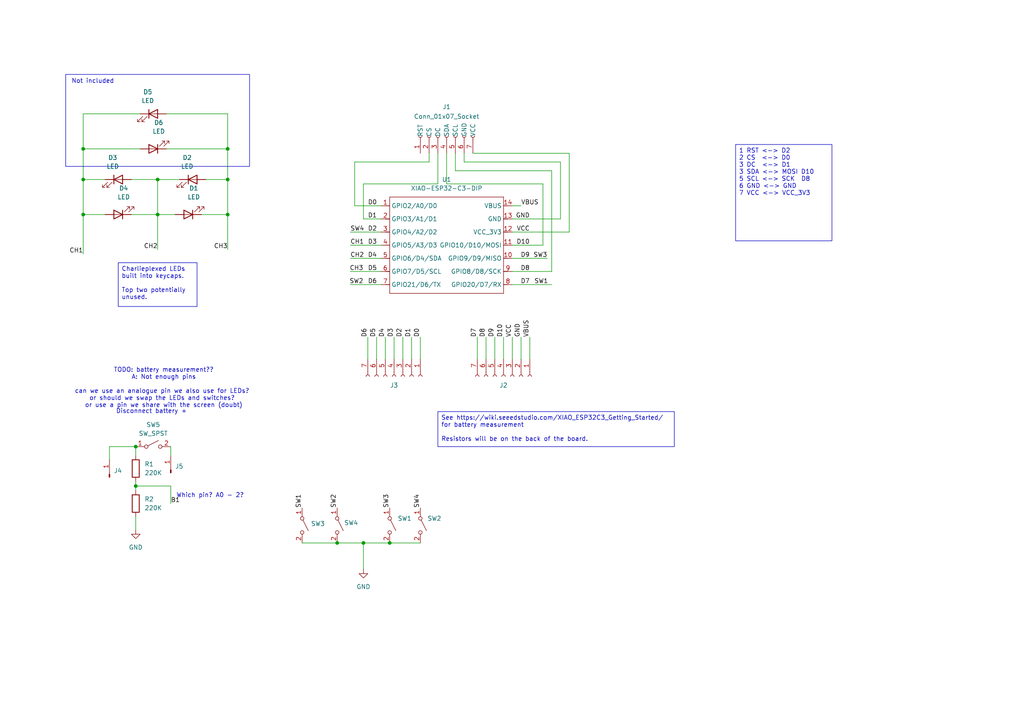
<source format=kicad_sch>
(kicad_sch (version 20250114) (generator "eeschema") (generator_version "9.0")
  (paper "A4")
  (lib_symbols
    (symbol "Conn_01x07_Socket_1" (pin_names (offset 1.016) (hide yes))
      (property "Reference" "J" (at 0 10.16 0))
      (property "Value" "Conn_01x07_Socket" (at 0 -10.16 0))
      (symbol "Conn_01x07_Socket_1_1_1"
        (polyline (pts (xy -1.27 7.62) (xy -0.508 7.62)) (stroke (width 0.1524)))
        (polyline (pts (xy -1.27 5.08) (xy -0.508 5.08)) (stroke (width 0.1524)))
        (polyline (pts (xy -1.27 2.54) (xy -0.508 2.54)) (stroke (width 0.1524)))
        (polyline (pts (xy -1.27 0) (xy -0.508 0)) (stroke (width 0.1524)))
        (polyline (pts (xy -1.27 -2.54) (xy -0.508 -2.54)) (stroke (width 0.1524)))
        (polyline (pts (xy -1.27 -5.08) (xy -0.508 -5.08)) (stroke (width 0.1524)))
        (polyline (pts (xy -1.27 -7.62) (xy -0.508 -7.62)) (stroke (width 0.1524)))
        (arc (start 0 7.112) (mid -0.5058 7.62) (end 0 8.128) (stroke (width 0.1524)))
        (arc (start 0 4.572) (mid -0.5058 5.08) (end 0 5.588) (stroke (width 0.1524)))
        (arc (start 0 2.032) (mid -0.5058 2.54) (end 0 3.048) (stroke (width 0.1524)))
        (arc (start 0 -0.508) (mid -0.5058 0) (end 0 0.508) (stroke (width 0.1524)))
        (arc (start 0 -3.048) (mid -0.5058 -2.54) (end 0 -2.032) (stroke (width 0.1524)))
        (arc (start 0 -5.588) (mid -0.5058 -5.08) (end 0 -4.572) (stroke (width 0.1524)))
        (arc (start 0 -8.128) (mid -0.5058 -7.62) (end 0 -7.112) (stroke (width 0.1524)))
        (pin passive line (at -5.08 7.62 0) (length 3.81) (name "Pin_1") (number "1"))
        (pin passive line (at -5.08 5.08 0) (length 3.81) (name "Pin_2") (number "2"))
        (pin passive line (at -5.08 2.54 0) (length 3.81) (name "Pin_3") (number "3"))
        (pin passive line (at -5.08 0 0) (length 3.81) (name "Pin_4") (number "4"))
        (pin passive line (at -5.08 -2.54 0) (length 3.81) (name "Pin_5") (number "5"))
        (pin passive line (at -5.08 -5.08 0) (length 3.81) (name "Pin_6") (number "6"))
        (pin passive line (at -5.08 -7.62 0) (length 3.81) (name "Pin_7") (number "7"))
      )
    )
    (symbol "Connector:Conn_01x01_Pin" (pin_names (offset 1.016) (hide yes))
      (property "Reference" "J" (at 0 2.54 0))
      (property "Value" "Conn_01x01_Pin" (at 0 -2.54 0))
      (symbol "Conn_01x01_Pin_1_1"
        (rectangle (start 0.8636 0.127) (end 0 -0.127) (stroke (width 0.1524)) (fill (type outline)))
        (polyline (pts (xy 1.27 0) (xy 0.8636 0)) (stroke (width 0.1524)))
        (pin passive line (at 5.08 0 180) (length 3.81) (name "Pin_1") (number "1"))
      )
    )
    (symbol "Connector:Conn_01x07_Socket" (pin_names (offset 1.016))
      (property "Reference" "J1" (at 5.842 1.524 0))
      (property "Value" "Conn_01x07_Socket" (at 5.842 -1.27 0))
      (symbol "Conn_01x07_Socket_1_1"
        (polyline (pts (xy -1.27 7.62) (xy -0.508 7.62)) (stroke (width 0.1524)))
        (polyline (pts (xy -1.27 5.08) (xy -0.508 5.08)) (stroke (width 0.1524)))
        (polyline (pts (xy -1.27 2.54) (xy -0.508 2.54)) (stroke (width 0.1524)))
        (polyline (pts (xy -1.27 0) (xy -0.508 0)) (stroke (width 0.1524)))
        (polyline (pts (xy -1.27 -2.54) (xy -0.508 -2.54)) (stroke (width 0.1524)))
        (polyline (pts (xy -1.27 -5.08) (xy -0.508 -5.08)) (stroke (width 0.1524)))
        (polyline (pts (xy -1.27 -7.62) (xy -0.508 -7.62)) (stroke (width 0.1524)))
        (arc (start 0 7.112) (mid -0.5058 7.62) (end 0 8.128) (stroke (width 0.1524)))
        (arc (start 0 4.572) (mid -0.5058 5.08) (end 0 5.588) (stroke (width 0.1524)))
        (arc (start 0 2.032) (mid -0.5058 2.54) (end 0 3.048) (stroke (width 0.1524)))
        (arc (start 0 -0.508) (mid -0.5058 0) (end 0 0.508) (stroke (width 0.1524)))
        (arc (start 0 -3.048) (mid -0.5058 -2.54) (end 0 -2.032) (stroke (width 0.1524)))
        (arc (start 0 -5.588) (mid -0.5058 -5.08) (end 0 -4.572) (stroke (width 0.1524)))
        (arc (start 0 -8.128) (mid -0.5058 -7.62) (end 0 -7.112) (stroke (width 0.1524)))
        (pin passive line (at -5.08 7.62 0) (length 3.81) (name "RST") (number "1"))
        (pin passive line (at -5.08 5.08 0) (length 3.81) (name "CS") (number "2"))
        (pin passive line (at -5.08 2.54 0) (length 3.81) (name "DC") (number "3"))
        (pin passive line (at -5.08 0 0) (length 3.81) (name "SDA") (number "4"))
        (pin passive line (at -5.08 -2.54 0) (length 3.81) (name "SCL") (number "5"))
        (pin passive line (at -5.08 -5.08 0) (length 3.81) (name "GND") (number "6"))
        (pin passive line (at -5.08 -7.62 0) (length 3.81) (name "VCC") (number "7"))
      )
    )
    (symbol "Device:LED" (pin_numbers (hide yes)) (pin_names (offset 1.016) (hide yes))
      (property "Reference" "D" (at 0 2.54 0))
      (property "Value" "LED" (at 0 -2.54 0))
      (symbol "LED_0_1"
        (polyline (pts (xy -3.048 -0.762) (xy -4.572 -2.286) (xy -3.81 -2.286) (xy -4.572 -2.286) (xy -4.572 -1.524)))
        (polyline (pts (xy -1.778 -0.762) (xy -3.302 -2.286) (xy -2.54 -2.286) (xy -3.302 -2.286) (xy -3.302 -1.524)))
        (polyline (pts (xy -1.27 0) (xy 1.27 0)))
        (polyline (pts (xy -1.27 -1.27) (xy -1.27 1.27)) (stroke (width 0.254)))
        (polyline (pts (xy 1.27 -1.27) (xy 1.27 1.27) (xy -1.27 0) (xy 1.27 -1.27)) (stroke (width 0.254)))
      )
      (symbol "LED_1_1"
        (pin passive line (at -3.81 0 0) (length 2.54) (name "K") (number "1"))
        (pin passive line (at 3.81 0 180) (length 2.54) (name "A") (number "2"))
      )
    )
    (symbol "Device:R" (pin_numbers (hide yes)) (pin_names (offset 0))
      (property "Reference" "R" (at 2.032 0 90))
      (property "Value" "R" (at 0 0 90))
      (symbol "R_0_1"
        (rectangle (start -1.016 -2.54) (end 1.016 2.54) (stroke (width 0.254)))
      )
      (symbol "R_1_1"
        (pin passive line (at 0 3.81 270) (length 1.27) (name "~") (number "1"))
        (pin passive line (at 0 -3.81 90) (length 1.27) (name "~") (number "2"))
      )
    )
    (symbol "Switch:SW_SPST" (pin_names (offset 0) (hide yes))
      (property "Reference" "SW" (at 0 3.175 0))
      (property "Value" "SW_SPST" (at 0 -2.54 0))
      (symbol "SW_SPST_0_0"
        (circle (center -2.032 0) (radius 0.508))
        (polyline (pts (xy -1.524 0.254) (xy 1.524 1.778)))
        (circle (center 2.032 0) (radius 0.508))
      )
      (symbol "SW_SPST_1_1"
        (pin passive line (at -5.08 0 0) (length 2.54) (name "A") (number "1"))
        (pin passive line (at 5.08 0 180) (length 2.54) (name "B") (number "2"))
      )
    )
    (symbol "XIAO ESP32C3:XIAO-ESP32-C3-DIP"
      (property "Reference" "U" (at 1.016 2.794 0))
      (property "Value" "XIAO-ESP32-C3-DIP" (at 7.62 1.016 0))
      (symbol "XIAO-ESP32-C3-DIP_1_0"
        (polyline (pts (xy 0 0) (xy 33.02 0)) (stroke (width 0.1524)))
        (polyline (pts (xy 0 -2.54) (xy -1.27 -2.54)) (stroke (width 0.1524)))
        (polyline (pts (xy 0 -2.54) (xy 0 0)) (stroke (width 0.1524)))
        (polyline (pts (xy 0 -6.35) (xy -1.27 -6.35)) (stroke (width 0.1524)))
        (polyline (pts (xy 0 -6.35) (xy 0 -2.54)) (stroke (width 0.1524)))
        (polyline (pts (xy 0 -10.16) (xy -1.27 -10.16)) (stroke (width 0.1524)))
        (polyline (pts (xy 0 -10.16) (xy 0 -6.35)) (stroke (width 0.1524)))
        (polyline (pts (xy 0 -13.97) (xy -1.27 -13.97)) (stroke (width 0.1524)))
        (polyline (pts (xy 0 -13.97) (xy 0 -10.16)) (stroke (width 0.1524)))
        (polyline (pts (xy 0 -17.78) (xy -1.27 -17.78)) (stroke (width 0.1524)))
        (polyline (pts (xy 0 -21.59) (xy -1.27 -21.59)) (stroke (width 0.1524)))
        (polyline (pts (xy 0 -25.4) (xy -1.27 -25.4)) (stroke (width 0.1524)))
        (polyline (pts (xy 0 -27.94) (xy 0 -13.97)) (stroke (width 0.1524)))
        (polyline (pts (xy 33.02 0) (xy 33.02 -2.54)) (stroke (width 0.1524)))
        (polyline (pts (xy 33.02 -2.54) (xy 33.02 -6.35)) (stroke (width 0.1524)))
        (polyline (pts (xy 33.02 -6.35) (xy 33.02 -10.16)) (stroke (width 0.1524)))
        (polyline (pts (xy 33.02 -10.16) (xy 33.02 -27.94)) (stroke (width 0.1524)))
        (polyline (pts (xy 33.02 -27.94) (xy 0 -27.94)) (stroke (width 0.1524)))
        (polyline (pts (xy 34.29 -2.54) (xy 33.02 -2.54)) (stroke (width 0.1524)))
        (polyline (pts (xy 34.29 -6.35) (xy 33.02 -6.35)) (stroke (width 0.1524)))
        (polyline (pts (xy 34.29 -10.16) (xy 33.02 -10.16)) (stroke (width 0.1524)))
        (polyline (pts (xy 34.29 -13.97) (xy 33.02 -13.97)) (stroke (width 0.1524)))
        (polyline (pts (xy 34.29 -17.78) (xy 33.02 -17.78)) (stroke (width 0.1524)))
        (polyline (pts (xy 34.29 -21.59) (xy 33.02 -21.59)) (stroke (width 0.1524)))
        (polyline (pts (xy 34.29 -25.4) (xy 33.02 -25.4)) (stroke (width 0.1524)))
        (pin passive line (at -2.54 -2.54 0) (length 2.54) (name "GPIO2/A0/D0") (number "1"))
        (pin passive line (at -2.54 -6.35 0) (length 2.54) (name "GPIO3/A1/D1") (number "2"))
        (pin passive line (at -2.54 -10.16 0) (length 2.54) (name "GPIO4/A2/D2") (number "3"))
        (pin passive line (at -2.54 -13.97 0) (length 2.54) (name "GPIO5/A3/D3") (number "4"))
        (pin passive line (at -2.54 -17.78 0) (length 2.54) (name "GPIO6/D4/SDA") (number "5"))
        (pin passive line (at -2.54 -21.59 0) (length 2.54) (name "GPIO7/D5/SCL") (number "6"))
        (pin passive line (at -2.54 -25.4 0) (length 2.54) (name "GPIO21/D6/TX") (number "7"))
        (pin passive line (at 35.56 -2.54 180) (length 2.54) (name "VBUS") (number "14"))
        (pin passive line (at 35.56 -6.35 180) (length 2.54) (name "GND") (number "13"))
        (pin passive line (at 35.56 -10.16 180) (length 2.54) (name "VCC_3V3") (number "12"))
        (pin passive line (at 35.56 -13.97 180) (length 2.54) (name "GPIO10/D10/MOSI") (number "11"))
        (pin passive line (at 35.56 -17.78 180) (length 2.54) (name "GPIO9/D9/MISO") (number "10"))
        (pin passive line (at 35.56 -21.59 180) (length 2.54) (name "GPIO8/D8/SCK") (number "9"))
        (pin passive line (at 35.56 -25.4 180) (length 2.54) (name "GPIO20/D7/RX") (number "8"))
      )
    )
    (symbol "power:GND" (power) (pin_numbers (hide yes)) (pin_names (offset 0) (hide yes))
      (property "Value" "GND" (at 0 -3.81 0))
      (symbol "GND_0_1"
        (polyline (pts (xy 0 0) (xy 0 -1.27) (xy 1.27 -1.27) (xy 0 -2.54) (xy -1.27 -1.27) (xy 0 -1.27)))
      )
      (symbol "GND_1_1"
        (pin power_in line (at 0 0 270) (length 0) (name "~") (number "1"))
      )
    )
  )
  (rectangle (start 19.05 21.59) (end 72.39 48.26))
  (text "Disconnect battery +" (at 43.942 119.38 0) (effects (font (size 1.27 1.27))))
  (text "Which pin? A0 - 2?" (at 60.96 143.764 0) (effects (font (size 1.27 1.27))))
  (text "Not included" (at 26.924 23.622 0) (effects (font (size 1.27 1.27))))
  (text "TODO: battery measurement??\nA: Not enough pins\n\ncan we use an analogue pin we also use for LEDs? \nor should we swap the LEDs and switches? \nor use a pin we share with the screen (doubt)" (at 47.498 112.522 0) (effects (font (size 1.27 1.27))))
  (text_box "Charlieplexed LEDs built into keycaps.\n\nTop two potentially unused." (at 34.29 76.2 0) (size 22.86 12.7) (margins 0.9525 0.9525 0.9525 0.9525) (effects (font (size 1.27 1.27)) (justify left top)))
  (text_box "1 RST <-> D2\n2 CS  <-> D0\n3 DC  <-> D1\n3 SDA <-> MOSI D10\n5 SCL <-> SCK  D8\n6 GND <-> GND\n7 VCC <-> VCC_3V3" (at 213.36 41.91 0) (size 27.94 27.94) (margins 0.9525 0.9525 0.9525 0.9525) (effects (font (size 1.27 1.27)) (justify left top)))
  (text_box "See https://wiki.seeedstudio.com/XIAO_ESP32C3_Getting_Started/ for battery measurement\n\nResistors will be on the back of the board. " (at 127 119.38 0) (size 68.58 10.16) (margins 0.9525 0.9525 0.9525 0.9525) (effects (font (size 1.27 1.27)) (justify left top)))
  (junction (at 45.72 62.23))
  (junction (at 39.37 140.97))
  (junction (at 39.37 129.54))
  (junction (at 113.03 157.48))
  (junction (at 24.13 43.18))
  (junction (at 45.72 52.07))
  (junction (at 97.79 157.48))
  (junction (at 66.04 62.23))
  (junction (at 66.04 52.07))
  (junction (at 105.41 157.48))
  (junction (at 66.04 43.18))
  (junction (at 24.13 62.23))
  (junction (at 24.13 52.07))
  (wire (pts (xy 148.59 97.79) (xy 148.59 104.14)))
  (wire (pts (xy 24.13 52.07) (xy 24.13 43.18)))
  (wire (pts (xy 45.72 62.23) (xy 45.72 72.39)))
  (wire (pts (xy 24.13 33.02) (xy 40.64 33.02)))
  (wire (pts (xy 129.54 53.34) (xy 157.48 53.34)))
  (wire (pts (xy 102.87 59.69) (xy 110.49 59.69)))
  (wire (pts (xy 134.62 46.99) (xy 162.56 46.99)))
  (wire (pts (xy 31.75 133.35) (xy 31.75 129.54)))
  (wire (pts (xy 148.59 74.93) (xy 158.75 74.93)))
  (wire (pts (xy 24.13 52.07) (xy 24.13 62.23)))
  (wire (pts (xy 24.13 62.23) (xy 24.13 73.66)))
  (wire (pts (xy 101.6 74.93) (xy 110.49 74.93)))
  (wire (pts (xy 121.92 97.79) (xy 121.92 104.14)))
  (wire (pts (xy 48.26 43.18) (xy 66.04 43.18)))
  (wire (pts (xy 148.59 59.69) (xy 151.13 59.69)))
  (wire (pts (xy 124.46 44.45) (xy 124.46 46.99)))
  (wire (pts (xy 39.37 129.54) (xy 39.37 132.08)))
  (wire (pts (xy 101.6 67.31) (xy 110.49 67.31)))
  (wire (pts (xy 148.59 82.55) (xy 160.02 82.55)))
  (wire (pts (xy 39.37 139.7) (xy 39.37 140.97)))
  (wire (pts (xy 30.48 62.23) (xy 24.13 62.23)))
  (wire (pts (xy 45.72 52.07) (xy 52.07 52.07)))
  (wire (pts (xy 66.04 43.18) (xy 66.04 52.07)))
  (wire (pts (xy 30.48 52.07) (xy 24.13 52.07)))
  (wire (pts (xy 45.72 62.23) (xy 50.8 62.23)))
  (wire (pts (xy 39.37 140.97) (xy 49.53 140.97)))
  (wire (pts (xy 151.13 97.79) (xy 151.13 104.14)))
  (wire (pts (xy 31.75 129.54) (xy 39.37 129.54)))
  (wire (pts (xy 137.16 44.45) (xy 165.1 44.45)))
  (wire (pts (xy 87.63 157.48) (xy 97.79 157.48)))
  (wire (pts (xy 132.08 44.45) (xy 132.08 49.53)))
  (wire (pts (xy 49.53 129.54) (xy 49.53 132.08)))
  (wire (pts (xy 45.72 52.07) (xy 45.72 62.23)))
  (wire (pts (xy 102.87 46.99) (xy 102.87 59.69)))
  (wire (pts (xy 24.13 43.18) (xy 40.64 43.18)))
  (wire (pts (xy 66.04 33.02) (xy 66.04 43.18)))
  (wire (pts (xy 160.02 49.53) (xy 160.02 78.74)))
  (wire (pts (xy 45.72 52.07) (xy 38.1 52.07)))
  (wire (pts (xy 129.54 44.45) (xy 129.54 53.34)))
  (wire (pts (xy 148.59 63.5) (xy 162.56 63.5)))
  (wire (pts (xy 146.05 97.79) (xy 146.05 104.14)))
  (wire (pts (xy 157.48 71.12) (xy 148.59 71.12)))
  (wire (pts (xy 113.03 157.48) (xy 121.92 157.48)))
  (wire (pts (xy 143.51 97.79) (xy 143.51 104.14)))
  (wire (pts (xy 101.6 71.12) (xy 110.49 71.12)))
  (wire (pts (xy 105.41 63.5) (xy 110.49 63.5)))
  (wire (pts (xy 124.46 46.99) (xy 102.87 46.99)))
  (wire (pts (xy 24.13 43.18) (xy 24.13 33.02)))
  (wire (pts (xy 109.22 97.79) (xy 109.22 104.14)))
  (wire (pts (xy 39.37 140.97) (xy 39.37 142.24)))
  (wire (pts (xy 48.26 33.02) (xy 66.04 33.02)))
  (wire (pts (xy 39.37 149.86) (xy 39.37 153.67)))
  (wire (pts (xy 127 44.45) (xy 127 53.34)))
  (wire (pts (xy 59.69 52.07) (xy 66.04 52.07)))
  (wire (pts (xy 66.04 62.23) (xy 66.04 72.39)))
  (wire (pts (xy 101.6 78.74) (xy 110.49 78.74)))
  (wire (pts (xy 138.43 97.79) (xy 138.43 104.14)))
  (wire (pts (xy 134.62 44.45) (xy 134.62 46.99)))
  (wire (pts (xy 140.97 97.79) (xy 140.97 104.14)))
  (wire (pts (xy 58.42 62.23) (xy 66.04 62.23)))
  (wire (pts (xy 157.48 53.34) (xy 157.48 71.12)))
  (wire (pts (xy 38.1 62.23) (xy 45.72 62.23)))
  (wire (pts (xy 160.02 78.74) (xy 148.59 78.74)))
  (wire (pts (xy 97.79 157.48) (xy 105.41 157.48)))
  (wire (pts (xy 101.6 82.55) (xy 110.49 82.55)))
  (wire (pts (xy 66.04 52.07) (xy 66.04 62.23)))
  (wire (pts (xy 162.56 46.99) (xy 162.56 63.5)))
  (wire (pts (xy 127 53.34) (xy 105.41 53.34)))
  (wire (pts (xy 114.3 97.79) (xy 114.3 104.14)))
  (wire (pts (xy 105.41 53.34) (xy 105.41 63.5)))
  (wire (pts (xy 119.38 97.79) (xy 119.38 104.14)))
  (wire (pts (xy 116.84 97.79) (xy 116.84 104.14)))
  (wire (pts (xy 153.67 97.79) (xy 153.67 104.14)))
  (wire (pts (xy 105.41 157.48) (xy 105.41 165.1)))
  (wire (pts (xy 148.59 67.31) (xy 165.1 67.31)))
  (wire (pts (xy 49.53 140.97) (xy 49.53 146.05)))
  (wire (pts (xy 165.1 44.45) (xy 165.1 67.31)))
  (wire (pts (xy 111.76 97.79) (xy 111.76 104.14)))
  (wire (pts (xy 106.68 97.79) (xy 106.68 104.14)))
  (wire (pts (xy 132.08 49.53) (xy 160.02 49.53)))
  (wire (pts (xy 105.41 157.48) (xy 113.03 157.48)))
  (label "CH3" (at 66.04 72.39 180))
  (label "SW2" (at 105.41 82.55 180))
  (label "D9" (at 143.51 97.79 90))
  (label "CH1" (at 101.6 71.12 0))
  (label "SW1" (at 154.94 82.55 0))
  (label "CH3" (at 105.41 78.74 180))
  (label "D3" (at 114.3 97.79 90))
  (label "SW3" (at 113.03 147.32 90))
  (label "CH2" (at 101.6 74.93 0))
  (label "VBUS" (at 151.13 59.69 0))
  (label "SW1" (at 87.63 147.32 90))
  (label "D10" (at 153.67 71.12 180))
  (label "D3" (at 106.68 71.12 0))
  (label "CH1" (at 24.13 73.66 180))
  (label "VBUS" (at 153.67 97.79 90))
  (label "D6" (at 106.68 97.79 90))
  (label "D8" (at 140.97 97.79 90))
  (label "D4" (at 106.68 74.93 0))
  (label "VCC" (at 153.67 67.31 180))
  (label "VCC" (at 148.59 97.79 90))
  (label "D5" (at 106.68 78.74 0))
  (label "D1" (at 106.68 63.5 0))
  (label "D5" (at 109.22 97.79 90))
  (label "D9" (at 153.67 74.93 180))
  (label "GND" (at 153.67 63.5 180))
  (label "B1" (at 49.53 146.05 0))
  (label "CH2" (at 45.72 72.39 180))
  (label "D1" (at 119.38 97.79 90))
  (label "D6" (at 106.68 82.55 0))
  (label "D0" (at 121.92 97.79 90))
  (label "D0" (at 106.68 59.69 0))
  (label "D2" (at 116.84 97.79 90))
  (label "D7" (at 138.43 97.79 90))
  (label "SW3" (at 158.75 74.93 180))
  (label "D7" (at 153.67 82.55 180))
  (label "D8" (at 153.67 78.74 180))
  (label "D4" (at 111.76 97.79 90))
  (label "SW4" (at 121.92 147.32 90))
  (label "SW2" (at 97.79 147.32 90))
  (label "GND" (at 151.13 97.79 90))
  (label "SW4" (at 101.6 67.31 0))
  (label "D10" (at 146.05 97.79 90))
  (label "D2" (at 106.68 67.31 0))
  (symbol (lib_id "Device:LED") (at 44.45 43.18 180) (unit 1)
    (property "Reference" "D6" (at 46.0375 35.56 0))
    (property "Value" "LED" (at 46.0375 38.1 0))
    (property "Description" "Light emitting diode" (effects (hide yes)))
    (property "Sim.Pins" "1=K 2=A" (effects (hide yes)))
  )
  (symbol (lib_id "Switch:SW_SPST") (at 44.45 129.54 0) (unit 1)
    (property "Reference" "SW5" (at 44.45 123.19 0))
    (property "Value" "SW_SPST" (at 44.45 125.73 0))
    (property "Footprint" "Button_Switch_THT:SW_DIP_SPSTx01_Slide_6.7x4.1mm_W7.62mm_P2.54mm_LowProfile" (effects (hide yes)))
    (property "Description" "Single Pole Single Throw (SPST) switch" (effects (hide yes)))
  )
  (symbol (lib_id "power:GND") (at 105.41 165.1 0) (unit 1)
    (property "Reference" "#PWR01" (effects (hide yes)))
    (property "Value" "GND" (at 105.41 170.18 0))
    (property "Description" "Power symbol creates a global label with name \"GND\" , ground" (effects (hide yes)))
  )
  (symbol (lib_id "power:GND") (at 39.37 153.67 0) (unit 1)
    (property "Reference" "#PWR03" (effects (hide yes)))
    (property "Value" "GND" (at 39.37 158.75 0))
    (property "Description" "Power symbol creates a global label with name \"GND\" , ground" (effects (hide yes)))
  )
  (symbol (lib_name "Conn_01x07_Socket_1") (lib_id "Connector:Conn_01x07_Socket") (at 114.3 109.22 270) (unit 1)
    (property "Reference" "J3" (at 114.3 111.76 90))
    (property "Value" "Conn_01x07_Socket" (effects (hide yes)))
    (property "Footprint" "Connector_PinHeader_2.54mm:PinHeader_1x07_P2.54mm_Vertical" (effects (hide yes)))
    (property "Description" "Generic connector, single row, 01x07, script generated" (effects (hide yes)))
  )
  (symbol (lib_name "Conn_01x07_Socket_1") (lib_id "Connector:Conn_01x07_Socket") (at 146.05 109.22 270) (unit 1)
    (property "Reference" "J2" (at 146.05 111.76 90))
    (property "Value" "Conn_01x07_Socket" (effects (hide yes)))
    (property "Footprint" "Connector_PinHeader_2.54mm:PinHeader_1x07_P2.54mm_Vertical" (effects (hide yes)))
    (property "Description" "Generic connector, single row, 01x07, script generated" (effects (hide yes)))
  )
  (symbol (lib_id "Device:LED") (at 34.29 62.23 180) (unit 1)
    (property "Reference" "D4" (at 35.8775 54.61 0))
    (property "Value" "LED" (at 35.8775 57.15 0))
    (property "Footprint" "MX V2:MX-LED-PolarityMarked" (effects (hide yes)))
    (property "Description" "Light emitting diode" (effects (hide yes)))
    (property "Sim.Pins" "1=K 2=A" (effects (hide yes)))
  )
  (symbol (lib_id "Connector:Conn_01x07_Socket") (at 129.54 39.37 90) (unit 1)
    (property "Reference" "J1" (at 129.54 30.988 90))
    (property "Value" "Conn_01x07_Socket" (at 129.54 33.782 90))
    (property "Footprint" "Connector_PinSocket_2.54mm:PinSocket_1x07_P2.54mm_Vertical" (effects (hide yes)))
    (property "Description" "Generic connector, single row, 01x07, script generated" (effects (hide yes)))
  )
  (symbol (lib_id "Device:R") (at 39.37 146.05 0) (unit 1)
    (property "Reference" "R2" (at 41.91 144.7799 0) (effects (justify left)))
    (property "Value" "220K" (at 41.91 147.3199 0) (effects (justify left)))
    (property "Description" "Resistor" (effects (hide yes)))
  )
  (symbol (lib_id "Connector:Conn_01x01_Pin") (at 31.75 138.43 90) (unit 1)
    (property "Reference" "J4" (at 33.02 136.5249 90) (effects (justify right)))
    (property "Value" "Conn_01x01_Pin" (effects (hide yes)))
    (property "Footprint" "TestPoint:TestPoint_THTPad_D2.0mm_Drill1.0mm" (effects (hide yes)))
    (property "Description" "Generic connector, single row, 01x01, script generated" (effects (hide yes)))
  )
  (symbol (lib_id "Device:LED") (at 55.88 52.07 0) (unit 1)
    (property "Reference" "D2" (at 54.2925 45.72 0))
    (property "Value" "LED" (at 54.2925 48.26 0))
    (property "Footprint" "MX V2:MX-LED-PolarityMarked" (effects (hide yes)))
    (property "Description" "Light emitting diode" (effects (hide yes)))
    (property "Sim.Pins" "1=K 2=A" (effects (hide yes)))
  )
  (symbol (lib_id "Connector:Conn_01x01_Pin") (at 49.53 137.16 90) (unit 1)
    (property "Reference" "J5" (at 50.8 135.2549 90) (effects (justify right)))
    (property "Value" "Conn_01x01_Pin" (effects (hide yes)))
    (property "Footprint" "TestPoint:TestPoint_THTPad_D2.0mm_Drill1.0mm" (effects (hide yes)))
    (property "Description" "Generic connector, single row, 01x01, script generated" (effects (hide yes)))
  )
  (symbol (lib_id "Switch:SW_SPST") (at 121.92 152.4 270) (unit 1)
    (property "Reference" "SW2" (at 125.984 150.368 90))
    (property "Value" "SW_SPST" (effects (hide yes)))
    (property "Footprint" "Button_Switch_Keyboard:SW_Cherry_MX_1.00u_PCB" (effects (hide yes)))
    (property "Description" "Single Pole Single Throw (SPST) switch" (effects (hide yes)))
  )
  (symbol (lib_id "Device:LED") (at 54.61 62.23 180) (unit 1)
    (property "Reference" "D1" (at 56.1975 54.61 0))
    (property "Value" "LED" (at 56.1975 57.15 0))
    (property "Footprint" "MX V2:MX-LED-PolarityMarked" (effects (hide yes)))
    (property "Description" "Light emitting diode" (effects (hide yes)))
    (property "Sim.Pins" "1=K 2=A" (effects (hide yes)))
  )
  (symbol (lib_id "Device:LED") (at 34.29 52.07 0) (unit 1)
    (property "Reference" "D3" (at 32.7025 45.72 0))
    (property "Value" "LED" (at 32.7025 48.26 0))
    (property "Footprint" "MX V2:MX-LED-PolarityMarked" (effects (hide yes)))
    (property "Description" "Light emitting diode" (effects (hide yes)))
    (property "Sim.Pins" "1=K 2=A" (effects (hide yes)))
  )
  (symbol (lib_id "XIAO ESP32C3:XIAO-ESP32-C3-DIP") (at 113.03 57.15 0) (unit 1)
    (property "Reference" "U1" (at 129.54 52.07 0))
    (property "Value" "XIAO-ESP32-C3-DIP" (at 129.54 54.61 0))
    (property "Footprint" "Seeed Studio XIAO Series Library:XIAO-ESP32C3-DIP" (effects (hide yes)))
  )
  (symbol (lib_id "Device:LED") (at 44.45 33.02 0) (unit 1)
    (property "Reference" "D5" (at 42.8625 26.67 0))
    (property "Value" "LED" (at 42.8625 29.21 0))
    (property "Description" "Light emitting diode" (effects (hide yes)))
    (property "Sim.Pins" "1=K 2=A" (effects (hide yes)))
  )
  (symbol (lib_id "Switch:SW_SPST") (at 97.79 152.4 270) (unit 1)
    (property "Reference" "SW4" (at 101.854 151.638 90))
    (property "Value" "SW_SPST" (effects (hide yes)))
    (property "Footprint" "Button_Switch_Keyboard:SW_Cherry_MX_1.00u_PCB" (effects (hide yes)))
    (property "Description" "Single Pole Single Throw (SPST) switch" (effects (hide yes)))
  )
  (symbol (lib_id "Switch:SW_SPST") (at 113.03 152.4 270) (unit 1)
    (property "Reference" "SW1" (at 115.316 150.368 90) (effects (justify left)))
    (property "Value" "SW_SPST" (effects (hide yes)))
    (property "Footprint" "Button_Switch_Keyboard:SW_Cherry_MX_1.00u_PCB" (effects (hide yes)))
    (property "Description" "Single Pole Single Throw (SPST) switch" (effects (hide yes)))
  )
  (symbol (lib_id "Switch:SW_SPST") (at 87.63 152.4 270) (unit 1)
    (property "Reference" "SW3" (at 90.17 151.892 90) (effects (justify left)))
    (property "Value" "SW_SPST" (effects (hide yes)))
    (property "Footprint" "Button_Switch_Keyboard:SW_Cherry_MX_1.00u_PCB" (effects (hide yes)))
    (property "Description" "Single Pole Single Throw (SPST) switch" (effects (hide yes)))
  )
  (symbol (lib_id "Device:R") (at 39.37 135.89 0) (unit 1)
    (property "Reference" "R1" (at 41.91 134.6199 0) (effects (justify left)))
    (property "Value" "220K" (at 41.91 137.1599 0) (effects (justify left)))
    (property "Description" "Resistor" (effects (hide yes)))
  )
)
</source>
